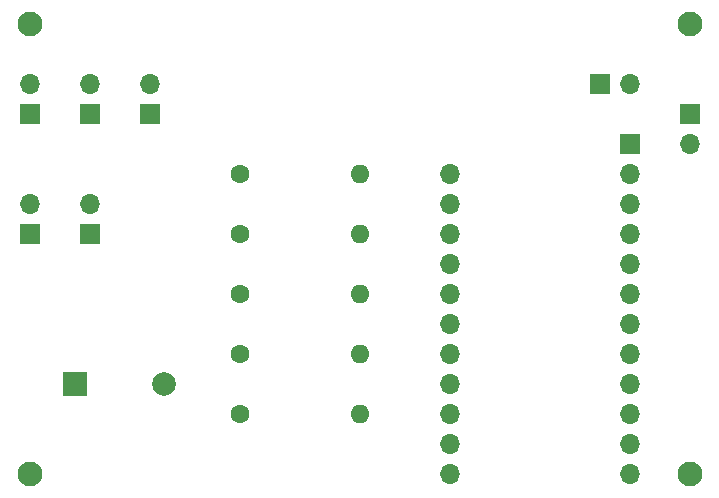
<source format=gbr>
%TF.GenerationSoftware,KiCad,Pcbnew,(6.0.2)*%
%TF.CreationDate,2022-03-10T22:00:07-05:00*%
%TF.ProjectId,letmein,6c65746d-6569-46e2-9e6b-696361645f70,rev?*%
%TF.SameCoordinates,Original*%
%TF.FileFunction,Soldermask,Top*%
%TF.FilePolarity,Negative*%
%FSLAX46Y46*%
G04 Gerber Fmt 4.6, Leading zero omitted, Abs format (unit mm)*
G04 Created by KiCad (PCBNEW (6.0.2)) date 2022-03-10 22:00:07*
%MOMM*%
%LPD*%
G01*
G04 APERTURE LIST*
%ADD10R,1.700000X1.700000*%
%ADD11O,1.700000X1.700000*%
%ADD12C,1.600000*%
%ADD13O,1.600000X1.600000*%
%ADD14C,2.100000*%
%ADD15R,2.000000X2.000000*%
%ADD16C,2.000000*%
G04 APERTURE END LIST*
D10*
%TO.C,Button_ACK*%
X157480000Y-71120000D03*
D11*
X160020000Y-71120000D03*
%TD*%
%TO.C,TinyS2*%
X144780000Y-78740000D03*
X144780000Y-81280000D03*
X144780000Y-83820000D03*
X144780000Y-86360000D03*
X144780000Y-88900000D03*
X144780000Y-91440000D03*
X144780000Y-93980000D03*
X144780000Y-96520000D03*
X144780000Y-99060000D03*
X144780000Y-101600000D03*
X144780000Y-104140000D03*
%TD*%
D12*
%TO.C,R_N_str*%
X127000000Y-93980000D03*
D13*
X137160000Y-93980000D03*
%TD*%
D11*
%TO.C,Button_STFU*%
X165100000Y-76200000D03*
D10*
X165100000Y-73660000D03*
%TD*%
D11*
%TO.C,LED_1*%
X109220000Y-71120000D03*
D10*
X109220000Y-73660000D03*
%TD*%
D11*
%TO.C,LED_A*%
X114300000Y-71120000D03*
D10*
X114300000Y-73660000D03*
%TD*%
%TO.C,LED_L*%
X109220000Y-83820000D03*
D11*
X109220000Y-81280000D03*
%TD*%
D12*
%TO.C,R_lvl_A*%
X127000000Y-83820000D03*
D13*
X137160000Y-83820000D03*
%TD*%
D14*
%TO.C,REF\u002A\u002A*%
X109220000Y-66040000D03*
%TD*%
%TO.C,REF\u002A\u002A*%
X109220000Y-104140000D03*
%TD*%
D15*
%TO.C,Buzzer*%
X113040000Y-96520000D03*
D16*
X120640000Y-96520000D03*
%TD*%
D14*
%TO.C,REF\u002A\u002A*%
X165100000Y-66040000D03*
%TD*%
D12*
%TO.C,R_L_well*%
X127000000Y-99060000D03*
D13*
X137160000Y-99060000D03*
%TD*%
D10*
%TO.C,LED_N*%
X114300000Y-83820000D03*
D11*
X114300000Y-81280000D03*
%TD*%
D14*
%TO.C,REF\u002A\u002A*%
X165100000Y-104140000D03*
%TD*%
D11*
%TO.C,LED_S*%
X119380000Y-71120000D03*
D10*
X119380000Y-73660000D03*
%TD*%
D12*
%TO.C,R_S_str*%
X127000000Y-78740000D03*
D13*
X137160000Y-78740000D03*
%TD*%
D10*
%TO.C, *%
X160020000Y-76200000D03*
D11*
X160020000Y-78740000D03*
X160020000Y-81280000D03*
X160020000Y-83820000D03*
X160020000Y-86360000D03*
X160020000Y-88900000D03*
X160020000Y-91440000D03*
X160020000Y-93980000D03*
X160020000Y-96520000D03*
X160020000Y-99060000D03*
X160020000Y-101600000D03*
X160020000Y-104140000D03*
%TD*%
D12*
%TO.C,R_lvl_1*%
X127000000Y-88900000D03*
D13*
X137160000Y-88900000D03*
%TD*%
M02*

</source>
